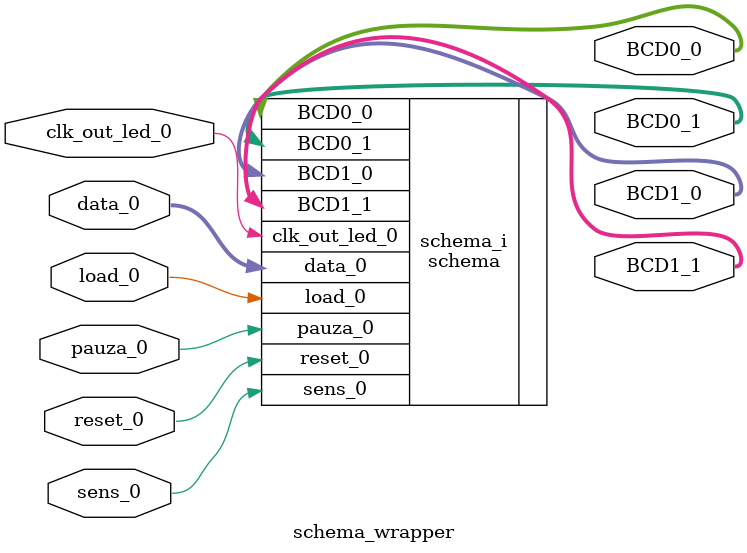
<source format=v>
`timescale 1 ps / 1 ps

module schema_wrapper
   (BCD0_0,
    BCD0_1,
    BCD1_0,
    BCD1_1,
    clk_out_led_0,
    data_0,
    load_0,
    pauza_0,
    reset_0,
    sens_0);
  output [3:0]BCD0_0;
  output [3:0]BCD0_1;
  output [3:0]BCD1_0;
  output [3:0]BCD1_1;
  input clk_out_led_0;
  input [5:0]data_0;
  input load_0;
  input pauza_0;
  input reset_0;
  input sens_0;

  wire [3:0]BCD0_0;
  wire [3:0]BCD0_1;
  wire [3:0]BCD1_0;
  wire [3:0]BCD1_1;
  wire clk_out_led_0;
  wire [5:0]data_0;
  wire load_0;
  wire pauza_0;
  wire reset_0;
  wire sens_0;

  schema schema_i
       (.BCD0_0(BCD0_0),
        .BCD0_1(BCD0_1),
        .BCD1_0(BCD1_0),
        .BCD1_1(BCD1_1),
        .clk_out_led_0(clk_out_led_0),
        .data_0(data_0),
        .load_0(load_0),
        .pauza_0(pauza_0),
        .reset_0(reset_0),
        .sens_0(sens_0));
endmodule

</source>
